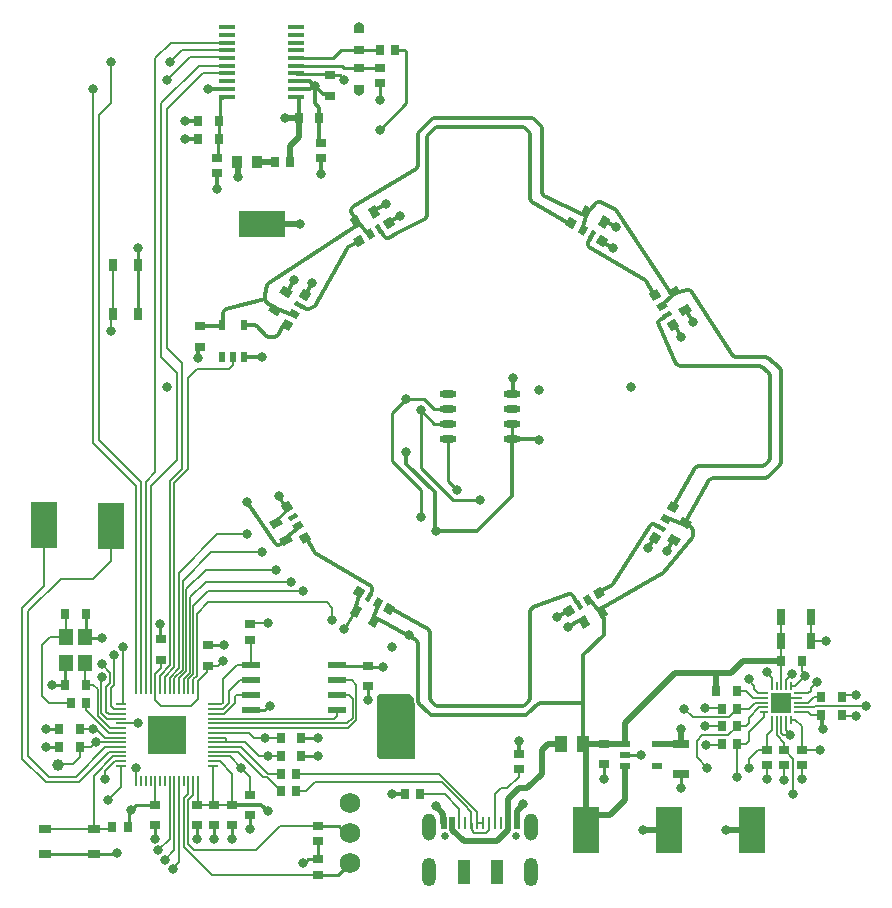
<source format=gtl>
G04*
G04 #@! TF.GenerationSoftware,Altium Limited,Altium Designer,23.2.1 (34)*
G04*
G04 Layer_Physical_Order=1*
G04 Layer_Color=255*
%FSLAX25Y25*%
%MOIN*%
G70*
G04*
G04 #@! TF.SameCoordinates,70F68BD7-EFF2-48EA-8D55-AD0B0ECCAA1F*
G04*
G04*
G04 #@! TF.FilePolarity,Positive*
G04*
G01*
G75*
%ADD11C,0.01000*%
%ADD17C,0.00600*%
%ADD18R,0.04134X0.02559*%
%ADD19R,0.03937X0.07874*%
%ADD20R,0.01063X0.03937*%
%ADD21R,0.02047X0.03937*%
G04:AMPARAMS|DCode=22|XSize=29.53mil|YSize=31.5mil|CornerRadius=0mil|HoleSize=0mil|Usage=FLASHONLY|Rotation=120.000|XOffset=0mil|YOffset=0mil|HoleType=Round|Shape=Rectangle|*
%AMROTATEDRECTD22*
4,1,4,0.02102,-0.00491,-0.00626,-0.02066,-0.02102,0.00491,0.00626,0.02066,0.02102,-0.00491,0.0*
%
%ADD22ROTATEDRECTD22*%

G04:AMPARAMS|DCode=23|XSize=23.62mil|YSize=31.5mil|CornerRadius=0mil|HoleSize=0mil|Usage=FLASHONLY|Rotation=120.000|XOffset=0mil|YOffset=0mil|HoleType=Round|Shape=Rectangle|*
%AMROTATEDRECTD23*
4,1,4,0.01954,-0.00236,-0.00773,-0.01810,-0.01954,0.00236,0.00773,0.01810,0.01954,-0.00236,0.0*
%
%ADD23ROTATEDRECTD23*%

G04:AMPARAMS|DCode=24|XSize=15.75mil|YSize=31.5mil|CornerRadius=0mil|HoleSize=0mil|Usage=FLASHONLY|Rotation=120.000|XOffset=0mil|YOffset=0mil|HoleType=Round|Shape=Rectangle|*
%AMROTATEDRECTD24*
4,1,4,0.01758,0.00105,-0.00970,-0.01469,-0.01758,-0.00105,0.00970,0.01469,0.01758,0.00105,0.0*
%
%ADD24ROTATEDRECTD24*%

%ADD25P,0.04454X4X165.0*%
G04:AMPARAMS|DCode=26|XSize=37.4mil|YSize=27.56mil|CornerRadius=0mil|HoleSize=0mil|Usage=FLASHONLY|Rotation=210.000|XOffset=0mil|YOffset=0mil|HoleType=Round|Shape=Rectangle|*
%AMROTATEDRECTD26*
4,1,4,0.00931,0.02128,0.02309,-0.00258,-0.00931,-0.02128,-0.02309,0.00258,0.00931,0.02128,0.0*
%
%ADD26ROTATEDRECTD26*%

%ADD27R,0.08858X0.15748*%
%ADD28R,0.03150X0.03347*%
%ADD29R,0.03347X0.03150*%
%ADD30R,0.05956X0.02097*%
%ADD31R,0.02559X0.04134*%
%ADD32R,0.03740X0.02756*%
%ADD33C,0.03937*%
%ADD34R,0.02756X0.03740*%
%ADD39R,0.02953X0.05709*%
%ADD40O,0.05709X0.02362*%
G04:AMPARAMS|DCode=41|XSize=37.4mil|YSize=27.56mil|CornerRadius=0mil|HoleSize=0mil|Usage=FLASHONLY|Rotation=147.875|XOffset=0mil|YOffset=0mil|HoleType=Round|Shape=Rectangle|*
%AMROTATEDRECTD41*
4,1,4,0.02317,0.00173,0.00851,-0.02161,-0.02317,-0.00173,-0.00851,0.02161,0.02317,0.00173,0.0*
%
%ADD41ROTATEDRECTD41*%

%ADD42P,0.04454X4X105.0*%
G04:AMPARAMS|DCode=43|XSize=15.75mil|YSize=31.5mil|CornerRadius=0mil|HoleSize=0mil|Usage=FLASHONLY|Rotation=60.000|XOffset=0mil|YOffset=0mil|HoleType=Round|Shape=Rectangle|*
%AMROTATEDRECTD43*
4,1,4,0.00970,-0.01469,-0.01758,0.00105,-0.00970,0.01469,0.01758,-0.00105,0.00970,-0.01469,0.0*
%
%ADD43ROTATEDRECTD43*%

G04:AMPARAMS|DCode=44|XSize=23.62mil|YSize=31.5mil|CornerRadius=0mil|HoleSize=0mil|Usage=FLASHONLY|Rotation=60.000|XOffset=0mil|YOffset=0mil|HoleType=Round|Shape=Rectangle|*
%AMROTATEDRECTD44*
4,1,4,0.00773,-0.01810,-0.01954,-0.00236,-0.00773,0.01810,0.01954,0.00236,0.00773,-0.01810,0.0*
%
%ADD44ROTATEDRECTD44*%

G04:AMPARAMS|DCode=45|XSize=29.53mil|YSize=31.5mil|CornerRadius=0mil|HoleSize=0mil|Usage=FLASHONLY|Rotation=60.000|XOffset=0mil|YOffset=0mil|HoleType=Round|Shape=Rectangle|*
%AMROTATEDRECTD45*
4,1,4,0.00626,-0.02066,-0.02102,-0.00491,-0.00626,0.02066,0.02102,0.00491,0.00626,-0.02066,0.0*
%
%ADD45ROTATEDRECTD45*%

%ADD46R,0.02362X0.03543*%
%ADD47P,0.04454X4X195.0*%
G04:AMPARAMS|DCode=48|XSize=15.75mil|YSize=31.5mil|CornerRadius=0mil|HoleSize=0mil|Usage=FLASHONLY|Rotation=150.000|XOffset=0mil|YOffset=0mil|HoleType=Round|Shape=Rectangle|*
%AMROTATEDRECTD48*
4,1,4,0.01469,0.00970,-0.00105,-0.01758,-0.01469,-0.00970,0.00105,0.01758,0.01469,0.00970,0.0*
%
%ADD48ROTATEDRECTD48*%

G04:AMPARAMS|DCode=49|XSize=23.62mil|YSize=31.5mil|CornerRadius=0mil|HoleSize=0mil|Usage=FLASHONLY|Rotation=150.000|XOffset=0mil|YOffset=0mil|HoleType=Round|Shape=Rectangle|*
%AMROTATEDRECTD49*
4,1,4,0.01810,0.00773,0.00236,-0.01954,-0.01810,-0.00773,-0.00236,0.01954,0.01810,0.00773,0.0*
%
%ADD49ROTATEDRECTD49*%

G04:AMPARAMS|DCode=50|XSize=29.53mil|YSize=31.5mil|CornerRadius=0mil|HoleSize=0mil|Usage=FLASHONLY|Rotation=150.000|XOffset=0mil|YOffset=0mil|HoleType=Round|Shape=Rectangle|*
%AMROTATEDRECTD50*
4,1,4,0.02066,0.00626,0.00491,-0.02102,-0.02066,-0.00626,-0.00491,0.02102,0.02066,0.00626,0.0*
%
%ADD50ROTATEDRECTD50*%

%ADD51P,0.04454X4X255.0*%
G04:AMPARAMS|DCode=52|XSize=15.75mil|YSize=31.5mil|CornerRadius=0mil|HoleSize=0mil|Usage=FLASHONLY|Rotation=210.000|XOffset=0mil|YOffset=0mil|HoleType=Round|Shape=Rectangle|*
%AMROTATEDRECTD52*
4,1,4,-0.00105,0.01758,0.01469,-0.00970,0.00105,-0.01758,-0.01469,0.00970,-0.00105,0.01758,0.0*
%
%ADD52ROTATEDRECTD52*%

G04:AMPARAMS|DCode=53|XSize=23.62mil|YSize=31.5mil|CornerRadius=0mil|HoleSize=0mil|Usage=FLASHONLY|Rotation=210.000|XOffset=0mil|YOffset=0mil|HoleType=Round|Shape=Rectangle|*
%AMROTATEDRECTD53*
4,1,4,0.00236,0.01954,0.01810,-0.00773,-0.00236,-0.01954,-0.01810,0.00773,0.00236,0.01954,0.0*
%
%ADD53ROTATEDRECTD53*%

G04:AMPARAMS|DCode=54|XSize=29.53mil|YSize=31.5mil|CornerRadius=0mil|HoleSize=0mil|Usage=FLASHONLY|Rotation=210.000|XOffset=0mil|YOffset=0mil|HoleType=Round|Shape=Rectangle|*
%AMROTATEDRECTD54*
4,1,4,0.00491,0.02102,0.02066,-0.00626,-0.00491,-0.02102,-0.02066,0.00626,0.00491,0.02102,0.0*
%
%ADD54ROTATEDRECTD54*%

%ADD55R,0.03425X0.03858*%
%ADD56R,0.05709X0.01772*%
G04:AMPARAMS|DCode=57|XSize=37.4mil|YSize=27.56mil|CornerRadius=0mil|HoleSize=0mil|Usage=FLASHONLY|Rotation=240.000|XOffset=0mil|YOffset=0mil|HoleType=Round|Shape=Rectangle|*
%AMROTATEDRECTD57*
4,1,4,-0.00258,0.02309,0.02128,0.00931,0.00258,-0.02309,-0.02128,-0.00931,-0.00258,0.02309,0.0*
%
%ADD57ROTATEDRECTD57*%

G04:AMPARAMS|DCode=58|XSize=37.4mil|YSize=27.56mil|CornerRadius=0mil|HoleSize=0mil|Usage=FLASHONLY|Rotation=300.000|XOffset=0mil|YOffset=0mil|HoleType=Round|Shape=Rectangle|*
%AMROTATEDRECTD58*
4,1,4,-0.02128,0.00931,0.00258,0.02309,0.02128,-0.00931,-0.00258,-0.02309,-0.02128,0.00931,0.0*
%
%ADD58ROTATEDRECTD58*%

G04:AMPARAMS|DCode=59|XSize=37.4mil|YSize=27.56mil|CornerRadius=0mil|HoleSize=0mil|Usage=FLASHONLY|Rotation=330.000|XOffset=0mil|YOffset=0mil|HoleType=Round|Shape=Rectangle|*
%AMROTATEDRECTD59*
4,1,4,-0.02309,-0.00258,-0.00931,0.02128,0.02309,0.00258,0.00931,-0.02128,-0.02309,-0.00258,0.0*
%
%ADD59ROTATEDRECTD59*%

%ADD60R,0.06693X0.06693*%
%ADD61R,0.00787X0.03150*%
%ADD62R,0.03150X0.00787*%
%ADD63R,0.03937X0.05512*%
%ADD64R,0.15748X0.08858*%
%ADD65R,0.03543X0.02362*%
%ADD66R,0.05709X0.02953*%
%ADD121C,0.01200*%
%ADD122R,0.12598X0.12598*%
%ADD123R,0.03445X0.00787*%
%ADD124R,0.00787X0.03445*%
%ADD125R,0.04528X0.05512*%
%ADD126C,0.00800*%
%ADD127C,0.02000*%
%ADD128C,0.02480*%
%ADD129O,0.04724X0.09449*%
%ADD130O,0.04559X0.09118*%
%ADD131C,0.06890*%
%ADD132C,0.03150*%
G36*
X-23228Y-92520D02*
X-21893Y-93855D01*
Y-94975D01*
Y-94975D01*
Y-94975D01*
X-21916D01*
X-21730Y-95912D01*
X-21654Y-96026D01*
Y-97638D01*
Y-114173D01*
X-33465D01*
X-34252Y-113386D01*
Y-93307D01*
X-33465Y-92520D01*
X-23228Y-92520D01*
D02*
G37*
D11*
X-19685Y-17144D02*
Y1969D01*
Y-17144D02*
X-8973Y-27856D01*
X0D01*
X-113878Y34154D02*
Y50492D01*
X-114173Y56102D02*
X-114026Y55955D01*
Y50640D02*
X-113878Y50492D01*
X-114026Y50640D02*
Y55955D01*
X-29528Y984D02*
X-24606Y5906D01*
X-29528Y-14764D02*
Y984D01*
X-19685Y-33465D02*
Y-24606D01*
X-29528Y-14764D02*
X-19685Y-24606D01*
X-18701Y5906D02*
X-15295Y2500D01*
X-24606Y5906D02*
X-18701D01*
X-15216Y-2500D02*
X-10728D01*
X-19685Y1969D02*
X-15216Y-2500D01*
X-15295Y2500D02*
X-10728D01*
X-117126Y-136417D02*
Y-132874D01*
X-117520Y-136811D02*
X-117126Y-136417D01*
X-116919Y-132667D02*
Y-131683D01*
X-117126Y-132874D02*
X-116919Y-132667D01*
Y-131683D02*
X-116508Y-131272D01*
X-128494Y-145817D02*
X-121211D01*
X-121063Y-145669D01*
X-128642Y-145965D02*
X-128494Y-145817D01*
X-144980Y-145965D02*
X-128642D01*
X-116508Y-131272D02*
X-114665Y-129429D01*
X-59547Y-107283D02*
X-54134D01*
X-106693Y-73917D02*
X-106299Y-74311D01*
X-106693Y-73917D02*
Y-69291D01*
X-37156Y-83415D02*
X-32726D01*
X-37402Y-83169D02*
X-37156Y-83415D01*
X-32726D02*
X-32480Y-83661D01*
X-59055Y-148819D02*
X-58488D01*
X-57307Y-147638D02*
X-54134D01*
X-58488Y-148819D02*
X-57307Y-147638D01*
X-59547Y-113189D02*
X-54134D01*
X-59547Y-113189D02*
X-59547Y-113189D01*
X-54134Y-147638D02*
Y-141732D01*
X-10827Y-7598D02*
X-10728Y-7500D01*
X-10827Y-21654D02*
Y-7598D01*
Y-21654D02*
X-7874Y-24606D01*
X-76772Y-137402D02*
Y-132972D01*
X48228Y-112894D02*
X53543D01*
X-114665Y-129429D02*
X-108268D01*
X-66518Y-28136D02*
X-64310Y-30344D01*
X-66518Y-28136D02*
Y-26986D01*
X-64310Y-30344D02*
Y-30344D01*
X-66929Y-26575D02*
X-66518Y-26986D01*
X-68209Y-34913D02*
X-64310Y-31014D01*
Y-30344D01*
X-68209Y-35402D02*
Y-34913D01*
X-45276Y-70866D02*
X-42342Y-65784D01*
X-41369Y-64764D01*
X-33465Y95472D02*
X-24606Y104331D01*
X-33465Y95472D02*
X-33465D01*
X-50197Y113681D02*
X-46854D01*
X-45378Y112205D01*
X-45276D01*
X-24606Y104331D02*
Y121461D01*
X-25192Y122047D02*
X-24606Y121461D01*
X-28346Y122047D02*
X-25192D01*
X10728Y-7500D02*
Y-2500D01*
X-90551Y-76279D02*
X-90504Y-76232D01*
X-85327D02*
X-85280Y-76185D01*
X-90504Y-76232D02*
X-85327D01*
X-87515Y87295D02*
Y91150D01*
X-87598Y86221D02*
X-87515Y87295D01*
Y91150D02*
X-87106Y92520D01*
Y98425D01*
X-86661Y106209D02*
X-84449Y106595D01*
X-86661Y99795D02*
Y106209D01*
X-87106Y98425D02*
X-86661Y99795D01*
X41339Y-121063D02*
Y-116043D01*
X66929Y-124016D02*
Y-119193D01*
X-144685Y-110236D02*
X-140256D01*
X-140256Y-104331D02*
X-140256Y-104331D01*
X-144685Y-104331D02*
X-140256D01*
X-108268Y-140748D02*
Y-136319D01*
X-94488Y-140748D02*
Y-136319D01*
X-88583Y-140748D02*
Y-136319D01*
X-82677Y-140748D02*
Y-136319D01*
X-131693Y-73425D02*
X-131398Y-73131D01*
Y-65945D01*
X-131693Y-73425D02*
X-131299Y-73819D01*
X-125984D01*
X-138287Y-89567D02*
X-138287Y-89567D01*
X-142717Y-89567D02*
X-138287D01*
X-138287Y-89567D02*
Y-82383D01*
X-137992Y-82087D01*
X-37402Y-94488D02*
Y-90059D01*
X-71880Y-98051D02*
X-70285Y-96457D01*
X-69882D01*
X-76358Y-98051D02*
X-71880D01*
X-47658Y-83051D02*
X-47599Y-83110D01*
X-37461D01*
X-37402Y-83169D01*
X-33465Y105315D02*
Y111024D01*
X-60925Y113976D02*
X-50492D01*
X-50197Y113681D01*
X-61221Y114272D02*
X-60925Y113976D01*
X-40354Y116142D02*
X-33465D01*
X-40354Y122047D02*
X-33465D01*
X-45276Y116142D02*
X-40354D01*
X-61221Y116831D02*
X-45965D01*
X-45276Y116142D01*
X-46260Y122047D02*
X-40354D01*
X-48917Y119390D02*
X-46260Y122047D01*
X-61221Y119390D02*
X-48917D01*
X-54134Y-136614D02*
X-47066D01*
X-44901Y-138779D01*
X-43307D01*
X-47284Y-152756D02*
X-43307Y-148779D01*
X-54134Y-152756D02*
X-47284D01*
X10728Y-2500D02*
X10748Y-2480D01*
D17*
X-51181Y-62008D02*
X-49213Y-63976D01*
X-94394Y-65850D02*
X-90551Y-62008D01*
X-51181D01*
X-125000Y-121063D02*
Y-118240D01*
X-121815Y-115054D01*
X-119680D01*
X-97441Y-142717D02*
Y-127861D01*
Y-142717D02*
X-95472Y-144685D01*
X-74803D01*
X-131299Y-97835D02*
X-123622Y-105512D01*
X-131299Y-97835D02*
Y-95473D01*
X-123622Y-105512D02*
X-119587D01*
X-126378Y-87008D02*
X-126181Y-86811D01*
X-126378Y-98800D02*
Y-87008D01*
Y-98800D02*
X-124391Y-100787D01*
X-128937Y-89567D02*
X-127478Y-91026D01*
Y-99884D02*
X-123425Y-103937D01*
X-127478Y-99884D02*
Y-91026D01*
X-102362Y-150880D02*
Y-150591D01*
X-100394Y-148622D01*
X-124016Y-127953D02*
X-119587Y-123524D01*
X-77165Y-105512D02*
X-75394Y-107283D01*
X-71850D01*
X-89075Y-105512D02*
X-77165D01*
X-71850Y-107283D02*
X-66437D01*
X-48622Y-100787D02*
X-47658Y-99823D01*
X-89075Y-102362D02*
X-44291D01*
X-89075Y-100787D02*
X-48622D01*
X-43898Y-103937D02*
X-41339Y-101378D01*
X-44291Y-102362D02*
X-42539Y-100609D01*
X-89075Y-103937D02*
X-43898D01*
X-123031Y-96457D02*
Y-90551D01*
X-121944Y-97544D02*
X-119680D01*
X-119188Y-96063D02*
X-119095Y-95969D01*
X-122047Y-89567D02*
Y-79724D01*
X-123247Y-88798D02*
Y-85414D01*
X-123031Y-96457D02*
X-121944Y-97544D01*
X-125984Y-82677D02*
X-123247Y-85414D01*
X-123031Y-90551D02*
X-122047Y-89567D01*
X-119095Y-95969D02*
Y-76772D01*
X-119587Y-96063D02*
X-119188D01*
X-124568Y-90120D02*
X-123247Y-88798D01*
X-119587Y-123524D02*
Y-116535D01*
X-42539Y-100609D02*
Y-94272D01*
X-41339Y-101378D02*
Y-89567D01*
X-100394Y-148622D02*
Y-121555D01*
X-105204Y-147805D02*
X-105188D01*
X-101969Y-144586D01*
Y-121555D01*
X-103543Y-140945D02*
Y-121555D01*
X-107283Y-144685D02*
X-103543Y-140945D01*
X-89370Y-152756D02*
X-54134D01*
X-98641Y-143485D02*
X-89370Y-152756D01*
X-74803Y-144685D02*
X-66732Y-136614D01*
X-98641Y-143485D02*
Y-127364D01*
X-97441Y-127861D02*
X-95669Y-126089D01*
X-97244Y-125967D02*
Y-121555D01*
X-98641Y-127364D02*
X-97244Y-125967D01*
X-66732Y-136614D02*
X-54134D01*
X-95669Y-126089D02*
Y-121555D01*
X-95594Y-85921D02*
Y-63113D01*
X-90551Y-58071D02*
X-59055D01*
X-95594Y-63113D02*
X-90551Y-58071D01*
X-91535Y-55118D02*
X-62992D01*
X-96794Y-60376D02*
X-91535Y-55118D01*
X-96794Y-85424D02*
Y-60376D01*
X-97994Y-57639D02*
X-91535Y-51181D01*
X-97994Y-84927D02*
Y-57639D01*
X-91535Y-51181D02*
X-67913D01*
X-99194Y-84430D02*
Y-54902D01*
X-89567Y-45276D02*
X-72835D01*
X-99194Y-54902D02*
X-89567Y-45276D01*
X-87598Y-39370D02*
X-77756D01*
X-100394Y-83933D02*
Y-52165D01*
X-87598Y-39370D01*
X-49213Y-67913D02*
Y-63976D01*
X-94394Y-86418D02*
Y-65850D01*
X-95669Y-91043D02*
Y-87694D01*
X-94394Y-86418D01*
X-97244Y-91043D02*
Y-87572D01*
X-95594Y-85921D01*
X-98819Y-87449D02*
X-96794Y-85424D01*
X-98819Y-91043D02*
Y-87449D01*
X-100394Y-91043D02*
Y-87327D01*
X-97994Y-84927D01*
X-101969Y-87205D02*
X-99194Y-84430D01*
X-101969Y-91043D02*
Y-87205D01*
X-103543Y-87082D02*
X-100394Y-83933D01*
X-103543Y-91043D02*
Y-87082D01*
X-119680Y-115054D02*
X-119587Y-114961D01*
X-124568Y-98425D02*
Y-90120D01*
X-119680Y-97544D02*
X-119587Y-97638D01*
X-124568Y-98425D02*
X-123781Y-99213D01*
X-119587D01*
X-124391Y-100787D02*
X-119587D01*
X-123425Y-103937D02*
X-119587D01*
X-131693Y-89272D02*
X-131398Y-89567D01*
X-131693Y-89272D02*
Y-82087D01*
X-131398Y-89567D02*
X-128937D01*
X-76358Y-83051D02*
Y-74823D01*
X-76772Y-74409D02*
X-76358Y-74823D01*
X-42854Y-88051D02*
X-41339Y-89567D01*
X-47658Y-88051D02*
X-42854D01*
X-43760Y-93051D02*
X-42539Y-94272D01*
X-47658Y-93051D02*
X-43760D01*
X-47658Y-99823D02*
Y-98051D01*
X-81693Y-93504D02*
X-81240Y-93051D01*
X-76358D01*
X-81693Y-95472D02*
Y-93504D01*
X-85433Y-99213D02*
X-81693Y-95472D01*
X-89075Y-99213D02*
X-85433D01*
X-83661Y-95472D02*
Y-91535D01*
X-85827Y-97638D02*
X-83661Y-95472D01*
X-85630D02*
Y-87598D01*
X-89075Y-96063D02*
X-86221D01*
X-89075Y-97638D02*
X-85827D01*
X-86221Y-96063D02*
X-85630Y-95472D01*
X-80177Y-88051D02*
X-76358D01*
X-83661Y-91535D02*
X-80177Y-88051D01*
X-85630Y-87598D02*
X-81083Y-83051D01*
X-76358D01*
D18*
X-128642Y-145965D02*
D03*
Y-137500D02*
D03*
X-144980Y-145965D02*
D03*
Y-137500D02*
D03*
D19*
X5512Y-151969D02*
D03*
X-5512D02*
D03*
D20*
X4921Y-135433D02*
D03*
X2953D02*
D03*
X984D02*
D03*
X-984D02*
D03*
X-2953D02*
D03*
X-4921D02*
D03*
X6890D02*
D03*
X-6890D02*
D03*
D21*
X9252D02*
D03*
X-9252D02*
D03*
X12205D02*
D03*
X-12205D02*
D03*
D22*
X-58434Y-40522D02*
D03*
X58434Y40522D02*
D03*
D23*
X-60648Y-36686D02*
D03*
X60648Y36686D02*
D03*
D24*
X-62381Y-33686D02*
D03*
X62381Y33686D02*
D03*
D25*
X-64310Y-30344D02*
D03*
X64310Y30344D02*
D03*
D26*
X-64764Y-41369D02*
D03*
X-68209Y-35402D02*
D03*
X68209Y35402D02*
D03*
X64764Y41369D02*
D03*
D27*
X-123031Y-36417D02*
D03*
X-145272Y-36362D02*
D03*
X90551Y-137795D02*
D03*
X35433D02*
D03*
X62992D02*
D03*
D28*
X-66535Y-125000D02*
D03*
X-61417D02*
D03*
X-66535Y-119095D02*
D03*
X-61417D02*
D03*
X-131299Y-95473D02*
D03*
X-136417D02*
D03*
X-117520Y-136811D02*
D03*
X-122638D02*
D03*
X-63386Y84646D02*
D03*
X-68504D02*
D03*
X-28346Y122047D02*
D03*
X-33465D02*
D03*
X80512Y-109252D02*
D03*
X85630D02*
D03*
X80512Y-103347D02*
D03*
X85630D02*
D03*
X80512Y-97441D02*
D03*
X85630D02*
D03*
X-25197Y-125984D02*
D03*
X-20079D02*
D03*
D29*
X-76772Y-69291D02*
D03*
Y-74409D02*
D03*
X101378Y-116339D02*
D03*
Y-111221D02*
D03*
X107283Y-116339D02*
D03*
Y-111221D02*
D03*
X95473Y-116339D02*
D03*
Y-111221D02*
D03*
X-87598Y86221D02*
D03*
Y81102D02*
D03*
X-33465Y116142D02*
D03*
Y111024D02*
D03*
X-53150Y91142D02*
D03*
Y86024D02*
D03*
X12795Y-112598D02*
D03*
Y-117717D02*
D03*
X-54134Y-136614D02*
D03*
Y-141732D02*
D03*
Y-152756D02*
D03*
Y-147638D02*
D03*
D30*
X-47658Y-83051D02*
D03*
Y-88051D02*
D03*
Y-93051D02*
D03*
Y-98051D02*
D03*
X-76358D02*
D03*
Y-93051D02*
D03*
Y-88051D02*
D03*
Y-83051D02*
D03*
D31*
X-113878Y50492D02*
D03*
X-122343D02*
D03*
X-113878Y34154D02*
D03*
X-122343D02*
D03*
D32*
X-37402Y-90059D02*
D03*
Y-83169D02*
D03*
X-88583Y-129429D02*
D03*
Y-136319D02*
D03*
X-76772Y-132972D02*
D03*
Y-126083D02*
D03*
X-82677Y-129429D02*
D03*
Y-136319D02*
D03*
X-94488Y-129429D02*
D03*
Y-136319D02*
D03*
X-90551Y-83169D02*
D03*
Y-76279D02*
D03*
X-108268Y-136319D02*
D03*
Y-129429D02*
D03*
X-106299Y-81201D02*
D03*
Y-74311D02*
D03*
X-93504Y30020D02*
D03*
Y23130D02*
D03*
X-50197Y106791D02*
D03*
Y113681D02*
D03*
X-40354Y128937D02*
D03*
Y122047D02*
D03*
Y109252D02*
D03*
Y116142D02*
D03*
X41339Y-116043D02*
D03*
Y-109153D02*
D03*
D33*
X-140748Y-116142D02*
D03*
D34*
X-66437Y-113189D02*
D03*
X-59547D02*
D03*
X-66437Y-107283D02*
D03*
X-59547D02*
D03*
X-138287Y-89567D02*
D03*
X-131398D02*
D03*
Y-65945D02*
D03*
X-138287D02*
D03*
X-133366Y-104331D02*
D03*
X-140256D02*
D03*
X-133366Y-110236D02*
D03*
X-140256D02*
D03*
X107283Y-81693D02*
D03*
X100394D02*
D03*
X85630Y-91535D02*
D03*
X78740D02*
D03*
X-53642Y99410D02*
D03*
X-60532D02*
D03*
X-87106Y98425D02*
D03*
X-93996D02*
D03*
Y92520D02*
D03*
X-87106D02*
D03*
X120571Y-93504D02*
D03*
X113681D02*
D03*
X120571Y-99410D02*
D03*
X113681D02*
D03*
D39*
X100394Y-66929D02*
D03*
X110433D02*
D03*
X100394Y-74803D02*
D03*
X110433D02*
D03*
D40*
X-10728Y7500D02*
D03*
Y2500D02*
D03*
Y-2500D02*
D03*
Y-7500D02*
D03*
X10728Y7500D02*
D03*
Y2500D02*
D03*
Y-2500D02*
D03*
Y-7500D02*
D03*
D41*
X-68318Y35468D02*
D03*
X-64654Y41303D02*
D03*
D42*
X-58434Y40522D02*
D03*
X58434Y-40522D02*
D03*
D43*
X-60363Y37180D02*
D03*
X60363Y-37180D02*
D03*
D44*
X-62095Y34180D02*
D03*
X62095Y-34180D02*
D03*
D45*
X-64310Y30344D02*
D03*
X64310Y-30344D02*
D03*
D46*
X-86024Y19882D02*
D03*
X-82284D02*
D03*
X-78544D02*
D03*
Y30512D02*
D03*
X-86024D02*
D03*
D47*
X-40522Y-58434D02*
D03*
X40522Y58434D02*
D03*
D48*
X-37180Y-60363D02*
D03*
X37180Y60363D02*
D03*
D49*
X-34180Y-62095D02*
D03*
X34180Y62095D02*
D03*
D50*
X-30344Y-64310D02*
D03*
X30344Y64310D02*
D03*
D51*
X29492Y-64802D02*
D03*
X-30344Y64310D02*
D03*
D52*
X32833Y-62873D02*
D03*
X-33686Y62381D02*
D03*
D53*
X35834Y-61141D02*
D03*
X-36686Y60648D02*
D03*
D54*
X39669Y-58926D02*
D03*
X-40522Y58434D02*
D03*
D55*
X-74528Y84646D02*
D03*
X-80984D02*
D03*
D56*
X-61221Y106595D02*
D03*
Y109153D02*
D03*
Y111713D02*
D03*
Y114272D02*
D03*
Y116831D02*
D03*
Y119390D02*
D03*
Y121949D02*
D03*
Y124508D02*
D03*
Y127067D02*
D03*
Y129626D02*
D03*
X-84449Y106595D02*
D03*
Y109153D02*
D03*
Y111713D02*
D03*
Y114272D02*
D03*
Y116831D02*
D03*
Y119390D02*
D03*
Y121949D02*
D03*
Y124508D02*
D03*
Y127067D02*
D03*
Y129626D02*
D03*
D57*
X-41369Y-64764D02*
D03*
X-35402Y-68209D02*
D03*
X41369Y64764D02*
D03*
X35402Y68209D02*
D03*
D58*
X34550Y-68701D02*
D03*
X40517Y-65256D02*
D03*
X-35402Y68209D02*
D03*
X-41369Y64764D02*
D03*
D59*
X64764Y-41369D02*
D03*
X68209Y-35402D02*
D03*
D60*
X100394Y-95472D02*
D03*
D61*
X97244Y-89862D02*
D03*
X98819D02*
D03*
X100394D02*
D03*
X101969D02*
D03*
X103543D02*
D03*
Y-101083D02*
D03*
X101969D02*
D03*
X100394D02*
D03*
X98819D02*
D03*
X97244D02*
D03*
D62*
X106004Y-92323D02*
D03*
Y-93898D02*
D03*
Y-95472D02*
D03*
Y-97047D02*
D03*
Y-98622D02*
D03*
X94784D02*
D03*
Y-97047D02*
D03*
Y-95472D02*
D03*
Y-93898D02*
D03*
Y-92323D02*
D03*
D63*
X26969Y-109153D02*
D03*
X34449D02*
D03*
D64*
X-72835Y63976D02*
D03*
D65*
X58858Y-109153D02*
D03*
Y-116634D02*
D03*
X48228D02*
D03*
Y-112894D02*
D03*
Y-109153D02*
D03*
D66*
X66929D02*
D03*
Y-119193D02*
D03*
D121*
X-36023Y-58109D02*
X-35901Y-57208D01*
X-36445Y-56480D01*
X15256Y-99409D02*
X16097Y-99061D01*
X100394Y15171D02*
X99943Y16108D01*
X45450Y68631D02*
X44986Y69042D01*
X-20669Y-94975D02*
X-20315Y-95827D01*
X18067Y99059D02*
X17220Y99410D01*
X-17083Y-99059D02*
X-16238Y-99407D01*
X-20669Y-75516D02*
X-21295Y-74463D01*
X20669Y95960D02*
X20318Y96808D01*
X70866Y-38001D02*
X70266Y-36961D01*
X-68540Y-42367D02*
X-67815Y-42873D01*
X-66939Y-42744D01*
X20182Y-95472D02*
X19334Y-95824D01*
X31010Y-59918D02*
X30385Y-59395D01*
X29569Y-59392D01*
X16385Y-94836D02*
X16732Y-93991D01*
X14267Y-96457D02*
X15112Y-96108D01*
X-15110Y-96110D02*
X-14274Y-96457D01*
X-71815Y40498D02*
X-71850Y40207D01*
Y38951D02*
X-71286Y37933D01*
X-84799Y35645D02*
X-85450Y35219D01*
X-85702Y34482D01*
X-70467Y44548D02*
X-70982Y43827D01*
X-42712Y69493D02*
X-43053Y68801D01*
X-42902Y68045D01*
X-42192Y69959D02*
X-42430Y69775D01*
X-21261Y82328D02*
X-20669Y83362D01*
X-20318Y94840D02*
X-20669Y93991D01*
X-15251Y99410D02*
X-16097Y99061D01*
X20669Y74580D02*
X21354Y73496D01*
X-14267Y96457D02*
X-15115Y96105D01*
X16730Y93994D02*
X16384Y94837D01*
X-17365Y93855D02*
X-17717Y93007D01*
X15118Y96102D02*
X14267Y96457D01*
X40106Y71482D02*
X39334Y71583D01*
X38663Y71190D01*
X70317Y41655D02*
X69725Y42124D01*
X68969Y42146D01*
X84289Y20232D02*
X85296Y19685D01*
X95800Y19423D02*
X95051Y19685D01*
X94975Y-20669D02*
X95821Y-20321D01*
X77464Y-20669D02*
X76425Y-21269D01*
X100042Y-16100D02*
X100394Y-15251D01*
X61160Y-52002D02*
X61160Y-52001D01*
X60839Y-52272D02*
X61160Y-52002D01*
X70588Y-40688D02*
X70866Y-39920D01*
X-55320Y-44979D02*
X-54902Y-45405D01*
X-16731Y-93992D02*
X-16382Y-94838D01*
X-16734Y-72012D02*
X-17334Y-70973D01*
X17529Y-63692D02*
X16732Y-64822D01*
X44022Y-56267D02*
X44442Y-55859D01*
X58092Y-36013D02*
X57200Y-35891D01*
X56474Y-36423D01*
X93824Y16492D02*
X93104Y16732D01*
X65446Y17436D02*
X66534Y16732D01*
X96457Y13918D02*
X95977Y14878D01*
X72557Y-16732D02*
X71518Y-17333D01*
X96108Y-15112D02*
X96457Y-14267D01*
X93991Y-16732D02*
X94840Y-16381D01*
X59972Y32045D02*
X59445Y31371D01*
X59500Y30517D01*
X55320Y44979D02*
X54902Y45405D01*
X36023Y58109D02*
X35901Y57206D01*
X36448Y56477D01*
X16732Y72553D02*
X17331Y71519D01*
X-18380Y65613D02*
X-17719Y66685D01*
X-32064Y60005D02*
X-31369Y59473D01*
X-30497Y59555D01*
X-58079Y35854D02*
X-57112Y35756D01*
X-55563Y36270D02*
X-54891Y36830D01*
X-43992Y56287D02*
X-44442Y55828D01*
X-68422Y26575D02*
X-67405Y27144D01*
X-71216Y26925D02*
X-70373Y26577D01*
X-74449Y30158D02*
X-75300Y30512D01*
X-14998Y-38151D02*
Y-25356D01*
X-24606Y-15748D02*
Y-11811D01*
Y-15748D02*
X-14998Y-25356D01*
X19498Y-7687D02*
X19685Y-7874D01*
X10728Y-7500D02*
X10915Y-7687D01*
X19498D01*
X-984Y-38386D02*
X10728Y-26673D01*
Y-7500D01*
X-14764Y-38386D02*
X-984D01*
X-54898Y-45408D02*
X-36445Y-56480D01*
X-36801Y-59456D02*
X-36023Y-58109D01*
X12795Y-112598D02*
Y-108268D01*
X-14998Y-38151D02*
X-14764Y-38386D01*
X-94095Y19291D02*
Y22539D01*
X-93504Y23130D01*
X15251Y-99409D02*
X15256Y-99409D01*
X45453Y68627D02*
X63275Y41408D01*
X-16238Y-99407D02*
X15251Y-99409D01*
X69148Y-36316D02*
X70266Y-36961D01*
X70866Y-38001D02*
X70866Y-38001D01*
X45450Y68631D02*
X45453Y68627D01*
X18067Y99059D02*
X18068Y99058D01*
X-17084Y-99058D02*
X-17083Y-99059D01*
X-20669Y-94975D02*
Y-94975D01*
X-20315Y-95827D02*
X-17084Y-99058D01*
X70866Y-39920D02*
Y-38001D01*
X61160Y-52002D02*
X61160Y-52001D01*
X20669Y95960D02*
Y95960D01*
X16097Y-99061D02*
X16097Y-99061D01*
X100394Y15171D02*
X100394Y15171D01*
X-20669Y-94975D02*
Y-75516D01*
X95801Y19422D02*
X99943Y16108D01*
X18068Y99058D02*
X20318Y96808D01*
X100394Y-15251D02*
Y15171D01*
X20669Y95960D02*
X20669D01*
X40109Y71481D02*
X44986Y69042D01*
X-23774Y-73114D02*
X-21296Y-74462D01*
X-21295Y-74463D01*
X-34094Y-67498D02*
X-23774Y-73114D01*
X-66939Y-42744D02*
X-65812Y-42094D01*
X-77756Y-28543D02*
X-68540Y-42367D01*
X-65812Y-42094D02*
X-64764Y-41369D01*
X34449Y-95472D02*
Y-79724D01*
Y-109153D02*
Y-95472D01*
X20182D02*
X34449D01*
X16097Y-99061D02*
X19334Y-95824D01*
X16732Y-93991D02*
Y-64822D01*
X15112Y-96108D02*
X16385Y-94836D01*
X31012Y-59922D02*
X32258Y-62079D01*
X31010Y-59918D02*
X31012Y-59922D01*
X17529Y-63692D02*
X29569Y-59392D01*
X-14274Y-96457D02*
X14267D01*
X-16382Y-94838D02*
X-15110Y-96110D01*
X-35402Y-68209D02*
X-34094Y-67498D01*
X-85702Y31684D02*
Y34482D01*
X-93504Y30020D02*
X-92234Y30103D01*
X-86605D02*
X-86024Y30512D01*
X-92234Y30103D02*
X-86605D01*
X-71815Y40498D02*
X-70982Y43827D01*
X-71850Y38951D02*
Y40207D01*
X-71286Y37933D02*
X-69123Y36575D01*
X-84799Y35645D02*
X-71850Y38951D01*
X-86024Y30512D02*
X-85702Y31684D01*
X-42902Y68045D02*
X-41733Y66020D01*
X-70467Y44548D02*
X-41408Y63275D01*
X-69123Y36575D02*
X-68318Y35468D01*
X-41408Y63275D02*
X-41369Y64764D01*
X-42712Y69493D02*
X-42430Y69775D01*
X-42192Y69959D02*
X-21261Y82328D01*
X-20669Y83362D02*
X-20669Y83362D01*
Y93991D01*
X-20318Y94840D02*
X-16097Y99061D01*
X-15251Y99409D02*
X-15251Y99410D01*
X17220D01*
X21354Y73496D02*
X21358Y73495D01*
X20669Y74580D02*
Y95960D01*
X-41733Y66020D02*
X-41369Y64764D01*
X-17717Y72834D02*
Y93007D01*
X15118Y96102D02*
X16381Y94840D01*
X-17719Y66685D02*
X-17717Y72834D01*
X16730Y93994D02*
X16732Y72557D01*
X-17365Y93855D02*
X-15115Y96105D01*
X16381Y94840D02*
X16384Y94837D01*
X21358Y73495D02*
X34094Y67498D01*
X35402Y68209D01*
X40106Y71482D02*
X40109Y71481D01*
X36711Y68919D02*
X38663Y71190D01*
X35402Y68209D02*
X36711Y68919D01*
X63275Y41408D02*
X64764Y41369D01*
X70317Y41655D02*
X70319Y41652D01*
X84289Y20232D01*
X85296Y19685D02*
X95051D01*
X95800Y19423D02*
X95801Y19422D01*
X95821Y-20321D02*
X100042Y-16100D01*
X95821Y-20321D02*
X95821Y-20321D01*
X94975Y-20669D02*
X94975D01*
X77464D02*
X94975D01*
X66253Y41331D02*
X68969Y42146D01*
X64764Y41369D02*
X66253Y41331D01*
X68640Y-34753D02*
X76425Y-21269D01*
X68209Y-35402D02*
X68640Y-34753D01*
X61160Y-52001D02*
X70588Y-40688D01*
X68209Y-35402D02*
X69148Y-36316D01*
X40649Y-63929D02*
X60839Y-52272D01*
X40517Y-65256D02*
X40649Y-63929D01*
X-35441Y-66720D02*
X-34164Y-63230D01*
X-34180Y-62095D02*
X-34164Y-63230D01*
X-35441Y-66720D02*
X-35402Y-68209D01*
X-61202Y-37677D02*
X-60648Y-36686D01*
X-64764Y-41369D02*
X-64053Y-40060D01*
X-61202Y-37677D01*
X-66829Y35452D02*
X-63230Y34164D01*
X-68318Y35468D02*
X-66829Y35452D01*
X-63230Y34164D02*
X-62095Y34180D01*
X-41369Y64764D02*
X-40060Y64053D01*
X-37677Y61202D02*
X-36686Y60648D01*
X-40060Y64053D02*
X-37677Y61202D01*
X34164Y63230D02*
X34180Y62095D01*
X34164Y63230D02*
X35441Y66720D01*
X35402Y68209D02*
X35441Y66720D01*
X61202Y37677D02*
X64053Y40060D01*
X64764Y41369D01*
X60648Y36686D02*
X61202Y37677D01*
X63230Y-34164D02*
X66720Y-35441D01*
X62095Y-34180D02*
X63230Y-34164D01*
X66720Y-35441D02*
X68209Y-35402D01*
X36824Y-61694D02*
X39208Y-64545D01*
X40517Y-65256D01*
X35834Y-61141D02*
X36824Y-61694D01*
X40517Y-66462D02*
X41339Y-67284D01*
Y-72835D02*
Y-67284D01*
X34449Y-79724D02*
X41339Y-72835D01*
X40517Y-66462D02*
Y-65256D01*
X-87598Y75787D02*
Y81102D01*
X-72933Y-129429D02*
X-70866Y-131496D01*
X-82677Y-129429D02*
X-72933D01*
X-29528Y-125984D02*
X-25197D01*
X113927Y-104085D02*
Y-99655D01*
Y-104085D02*
X114173Y-104331D01*
X113681Y-99410D02*
X113927Y-99655D01*
X-60532Y99410D02*
Y106309D01*
X10827Y7500D02*
Y12795D01*
X10728Y7500D02*
X10827D01*
X-57590Y-41047D02*
X-55320Y-44979D01*
X-54902Y-45405D02*
X-54898Y-45408D01*
X-58434Y-40522D02*
X-57590Y-41047D01*
X-37180Y-60363D02*
X-36801Y-59456D01*
X-16734Y-72012D02*
X-16731Y-93992D01*
X-29218Y-64112D02*
X-17334Y-70973D01*
X-17334Y-70973D02*
X-17334Y-70973D01*
X-30344Y-64310D02*
X-29218Y-64112D01*
X32258Y-62079D02*
X32833Y-62873D01*
X40365Y-58378D02*
X44022Y-56267D01*
X44442Y-55859D02*
X56474Y-36423D01*
X58092Y-36013D02*
X58094Y-36015D01*
X39669Y-58926D02*
X40365Y-58378D01*
X58094Y-36015D02*
X59456Y-36801D01*
X60363Y-37180D01*
X93824Y16492D02*
X95977Y14878D01*
X66534Y16732D02*
X93104D01*
X59500Y30517D02*
X65446Y17436D01*
X65446Y17436D02*
X65446Y17436D01*
X96457Y-14267D02*
Y13918D01*
X64520Y-29454D02*
X71518Y-17333D01*
X72557Y-16732D02*
X72557Y-16732D01*
X75787D02*
X93991D01*
X72557D02*
X75787D01*
X64310Y-30344D02*
X64520Y-29454D01*
X96457Y-14267D02*
X96457Y-14267D01*
X94840Y-16381D02*
X96108Y-15112D01*
X59972Y32045D02*
X59975Y32046D01*
X61630Y33036D01*
X62381Y33686D01*
X54898Y45408D02*
X54902Y45405D01*
X36448Y56477D02*
X54898Y45408D01*
X57590Y41047D02*
X58434Y40522D01*
X55320Y44979D02*
X57590Y41047D01*
X36023Y58109D02*
X36801Y59456D01*
X37180Y60363D01*
X17331Y71519D02*
X29454Y64520D01*
X16732Y72553D02*
Y72557D01*
X14267Y96457D02*
Y96457D01*
X14267D02*
X14267D01*
X-14267D02*
X14267D01*
X-18380Y65613D02*
X-18380D01*
X-27560Y61023D02*
X-18380Y65613D01*
X-32067Y60010D02*
X-32064Y60005D01*
X29454Y64520D02*
X30344Y64310D01*
X-30497Y59555D02*
X-27560Y61023D01*
X-33036Y61630D02*
X-32067Y60010D01*
X-33686Y62381D02*
X-33036Y61630D01*
X-54891Y36830D02*
X-44442Y55828D01*
X-43992Y56287D02*
X-41219Y57888D01*
X-57112Y35756D02*
X-55563Y36270D01*
X-59522Y36687D02*
X-58085Y35857D01*
X-58079Y35854D01*
X-60363Y37180D02*
X-59522Y36687D01*
X-41219Y57888D02*
X-40522Y58434D01*
X-65592Y30073D02*
X-64310Y30344D01*
X-67405Y27144D02*
X-65592Y30073D01*
X-68427Y26575D02*
X-68422Y26575D01*
X-70373Y26577D02*
X-68427Y26575D01*
X-71218Y26926D02*
X-71216Y26925D01*
X-75300Y30512D02*
Y30512D01*
X-75300D02*
X-75300D01*
X-77962D02*
X-75300D01*
X-74449Y30158D02*
X-71218Y26926D01*
X-78544Y30512D02*
X-77962Y30512D01*
X-57830Y41299D02*
X-56102Y44291D01*
X-58434Y40522D02*
X-57830Y41299D01*
X-64131Y41894D02*
X-62008Y45276D01*
X-64654Y41303D02*
X-64131Y41894D01*
X-34903Y68899D02*
X-31496Y70866D01*
X-35402Y68209D02*
X-34903Y68899D01*
X-29692Y65130D02*
X-26575Y66929D01*
X-30344Y64310D02*
X-29692Y65130D01*
X42252Y64738D02*
X45276Y62992D01*
X41369Y64764D02*
X42252Y64738D01*
X40522Y58434D02*
X41299Y57830D01*
X44291Y56102D01*
X65130Y29692D02*
X66929Y26575D01*
X64310Y30344D02*
X65130Y29692D01*
X68899Y34903D02*
X70866Y31496D01*
X68209Y35402D02*
X68899Y34903D01*
X29358Y-70214D02*
X33241Y-67990D01*
X34550Y-68701D01*
X25588Y-66901D02*
X28580Y-65173D01*
X29492Y-64802D01*
X63938Y-41791D02*
X64764Y-41369D01*
X62217Y-44772D02*
X63938Y-41791D01*
X55987Y-43823D02*
X57541Y-41132D01*
X58434Y-40522D01*
X-40833Y-57895D02*
X-40522Y-58434D01*
X-40187Y-59014D01*
X-41614Y-64340D02*
X-41369Y-64764D01*
X-41614Y-64340D02*
X-40187Y-59014D01*
X-72933Y19784D02*
X-72835Y19685D01*
X-78445Y19784D02*
X-72933D01*
X-78544Y19882D02*
X-78445Y19784D01*
X-50975Y107569D02*
X-50197Y106791D01*
X-55118Y110236D02*
X-52451Y107569D01*
X-50975D01*
X-53642Y91634D02*
Y102854D01*
X-55118Y104331D02*
Y110236D01*
Y104331D02*
X-53642Y102854D01*
X-53150Y80709D02*
Y86024D01*
X-90551Y109252D02*
X-86703D01*
X-84449Y109153D01*
X-98425Y92520D02*
X-93996D01*
X-98425Y98425D02*
X-93996D01*
X-53642Y91634D02*
X-53150Y91142D01*
X-60817Y106595D02*
X-60532Y106309D01*
X-61221Y106595D02*
X-60817D01*
X-55390Y110236D02*
X-55118D01*
X-55700D02*
X-55390D01*
X-61221Y109153D02*
X-56783D01*
X-55700Y110236D01*
X-56866Y111713D02*
X-55390Y110236D01*
X-61221Y111713D02*
X-56866D01*
D122*
X-104331Y-106299D02*
D03*
D123*
X-89075Y-116535D02*
D03*
Y-114961D02*
D03*
Y-113386D02*
D03*
Y-111811D02*
D03*
Y-110236D02*
D03*
X-119587Y-116535D02*
D03*
Y-114961D02*
D03*
Y-113386D02*
D03*
Y-111811D02*
D03*
Y-110236D02*
D03*
Y-108661D02*
D03*
X-89075Y-108661D02*
D03*
Y-107087D02*
D03*
Y-105512D02*
D03*
Y-103937D02*
D03*
Y-102362D02*
D03*
Y-100787D02*
D03*
Y-99213D02*
D03*
Y-97638D02*
D03*
Y-96063D02*
D03*
X-119587Y-107087D02*
D03*
Y-105512D02*
D03*
Y-102362D02*
D03*
Y-100787D02*
D03*
Y-99213D02*
D03*
Y-97638D02*
D03*
Y-96063D02*
D03*
Y-103937D02*
D03*
D124*
X-94095Y-121555D02*
D03*
X-95669D02*
D03*
X-97244D02*
D03*
X-98819D02*
D03*
X-100394D02*
D03*
X-101969D02*
D03*
X-103543D02*
D03*
X-105118D02*
D03*
X-106693D02*
D03*
X-108268D02*
D03*
X-109843D02*
D03*
X-111417D02*
D03*
X-112992D02*
D03*
X-114567D02*
D03*
X-94095Y-91043D02*
D03*
X-95669D02*
D03*
X-97244D02*
D03*
X-98819D02*
D03*
X-100394D02*
D03*
X-101969D02*
D03*
X-103543D02*
D03*
X-105118D02*
D03*
X-106693D02*
D03*
X-108268D02*
D03*
X-109843D02*
D03*
X-111417D02*
D03*
X-112992D02*
D03*
X-114567D02*
D03*
D125*
X-137992Y-82087D02*
D03*
Y-73425D02*
D03*
X-131693D02*
D03*
Y-82087D02*
D03*
D126*
X-123031Y33465D02*
X-122343Y34154D01*
X-123031Y28543D02*
Y33465D01*
X-122343Y34154D02*
Y50492D01*
X-76378Y-68898D02*
X-70866D01*
X-76772Y-69291D02*
X-76378Y-68898D01*
X85630Y-91535D02*
X88583D01*
X90945Y-93898D01*
X94784D01*
X-122250Y-113392D02*
X-119593D01*
X-128642Y-119783D02*
X-122250Y-113392D01*
X-119593D02*
X-119587Y-113386D01*
X-128642Y-137500D02*
Y-119783D01*
X-144980Y-137500D02*
X-128642D01*
X-123327D01*
X-122638Y-136811D01*
X-123031Y104331D02*
Y118110D01*
X-126969Y100394D02*
X-123031Y104331D01*
X-99508Y121949D02*
X-84449D01*
X-103347Y118110D02*
X-99508Y121949D01*
X-96870Y119666D02*
X-84725D01*
X-104331Y112205D02*
X-96870Y119666D01*
X-93799Y116831D02*
X-84449D01*
X-106299Y19685D02*
Y104331D01*
X-93799Y116831D01*
X-104331Y22638D02*
Y102362D01*
X-92421Y114272D01*
X-84449D01*
X-108268Y119365D02*
X-103124Y124508D01*
X-84449D01*
X-108268Y-18701D02*
Y119365D01*
X-84725Y119666D02*
X-84449Y119390D01*
X-104331Y22638D02*
X-99410Y17717D01*
X-106299Y19685D02*
X-101181Y14567D01*
X-128937Y-8858D02*
Y109252D01*
X-126969Y-7874D02*
X-112992Y-21850D01*
X-128937Y-8858D02*
X-114567Y-23228D01*
X-126969Y-7874D02*
Y100394D01*
X91535Y-95472D02*
X94784D01*
X89567Y-97441D02*
X91535Y-95472D01*
X-128937Y-54134D02*
X-123031Y-48228D01*
Y-36417D01*
X-139764Y-54134D02*
X-128937D01*
X121161Y-100000D02*
X125197D01*
X120571Y-99410D02*
X121161Y-100000D01*
X120571Y-93504D02*
X121161Y-92913D01*
X125197D01*
X101181Y-121260D02*
Y-116535D01*
X101378Y-116339D01*
X-109843Y-23228D02*
X-101181Y-14567D01*
Y14567D01*
X-119587Y-107087D02*
X-119580Y-107093D01*
X-133366Y-104331D02*
X-133366Y-104331D01*
X-127953D01*
X-109843Y-91043D02*
Y-23228D01*
X-146063Y-93110D02*
X-143701Y-95473D01*
X-146063Y-76181D02*
X-143307Y-73425D01*
X-146063Y-93110D02*
Y-76181D01*
X-89075Y-111811D02*
X-80810D01*
X-72227Y-120395D01*
X-71043D02*
X-66535Y-124902D01*
X-72227Y-120395D02*
X-71043D01*
X-83465Y-113386D02*
X-79747Y-117104D01*
X-79724D01*
X-66535Y-125000D02*
Y-124902D01*
X101975Y-87789D02*
X103937Y-85827D01*
X101975Y-89856D02*
Y-87789D01*
X100394Y-89862D02*
Y-81693D01*
X95600Y-85443D02*
X97244Y-87087D01*
Y-89862D02*
Y-87087D01*
X95600Y-85443D02*
Y-85154D01*
X111972Y-96457D02*
X128740D01*
X111381Y-97047D02*
X111972Y-96457D01*
X107306Y-120866D02*
Y-116361D01*
X107283Y-116339D02*
X107306Y-116361D01*
X101476Y-111221D02*
X104331Y-114075D01*
Y-125984D02*
Y-114075D01*
X74803Y-97375D02*
X80446D01*
X80512Y-97441D01*
X74803Y-103324D02*
X80490D01*
X70822Y-100350D02*
X82820D01*
X80490Y-103324D02*
X80512Y-103347D01*
X82776Y-106299D02*
X85630Y-103445D01*
X80229Y-109535D02*
X80512Y-109252D01*
X67913Y-97441D02*
X70822Y-100350D01*
X74115Y-106299D02*
X82776D01*
X75203Y-109535D02*
X80229D01*
X72228Y-108185D02*
X74115Y-106299D01*
X82820Y-100350D02*
X85630Y-97539D01*
X-86005Y-81693D02*
X-85630D01*
X-90551Y-83169D02*
X-87481D01*
X-86005Y-81693D01*
X72228Y-113567D02*
X75787Y-117126D01*
X89567Y-117142D02*
Y-114173D01*
X-114567Y-117323D02*
X-114567Y-117323D01*
X-114567Y-121555D02*
Y-117323D01*
X106004Y-97047D02*
X111381D01*
X109252Y-95472D02*
X111221Y-93504D01*
X106004Y-95472D02*
X109252D01*
X111221Y-93504D02*
X113681D01*
X106004Y-98622D02*
X109449D01*
X110236Y-99410D02*
X113681D01*
X109449Y-98622D02*
X110236Y-99410D01*
X100394Y-81201D02*
Y-74803D01*
X91352Y-90993D02*
X92688Y-92329D01*
X94777D02*
X94784Y-92323D01*
X89567Y-87952D02*
Y-87598D01*
X91352Y-90993D02*
Y-89737D01*
X89567Y-87952D02*
X91352Y-89737D01*
X92688Y-92329D02*
X94777D01*
X-150591Y-113189D02*
Y-64961D01*
X-139764Y-54134D01*
X-145272Y-56689D02*
Y-36362D01*
X-152559Y-114173D02*
Y-63976D01*
X-145272Y-56689D01*
X-152559Y-114173D02*
X-144685Y-122047D01*
X-133858D01*
X-143701Y-120079D02*
X-134843D01*
X-150591Y-113189D02*
X-143701Y-120079D01*
X-133858Y-122047D02*
X-123622Y-111811D01*
X-119587D01*
X-134843Y-120079D02*
X-125000Y-110236D01*
X-119587D01*
X-143307Y-73425D02*
X-137992D01*
X-133366Y-110236D02*
X-129678D01*
X-133366Y-113681D02*
Y-110236D01*
X-129678D02*
X-128103Y-108661D01*
X-79724Y-117126D02*
X-76772Y-120079D01*
X-89075Y-113386D02*
X-83465D01*
X-76772Y-126083D02*
Y-120079D01*
X-86811Y-114961D02*
X-82677Y-119095D01*
Y-129429D02*
Y-119095D01*
X-89075Y-114961D02*
X-86811D01*
X-89075Y-110236D02*
X-79724D01*
X-70866Y-119095D02*
X-66535D01*
X-79724Y-110236D02*
X-70866Y-119095D01*
X-119587Y-102362D02*
X-114173D01*
X85630Y-120079D02*
Y-109252D01*
X89567Y-114173D02*
X92520Y-111221D01*
X107283D02*
X113189D01*
X101378D02*
X101476D01*
X92520D02*
X95473D01*
X85630Y-109252D02*
X85630Y-109252D01*
X72228Y-113567D02*
Y-108185D01*
X85630Y-103445D02*
Y-103347D01*
Y-97539D02*
Y-97441D01*
X-140748Y-116142D02*
X-140655Y-116048D01*
X-135733D01*
X-133366Y-113681D01*
X-89075Y-128937D02*
X-88583Y-129429D01*
X-89075Y-128937D02*
Y-116535D01*
X-94095Y-91043D02*
Y-88189D01*
Y-94095D02*
Y-91043D01*
X-106299Y-96457D02*
X-96457D01*
X-94095Y-94095D01*
X-108268Y-94488D02*
X-106299Y-96457D01*
X-108268Y-94488D02*
Y-91043D01*
Y-85747D01*
X-94488Y-129429D02*
X-88583D01*
X-99410Y-17717D02*
Y17717D01*
X8858Y-124016D02*
X12795Y-120079D01*
Y-117717D01*
X6890Y-124016D02*
X8858D01*
X4921Y-125984D02*
X6890Y-124016D01*
X4921Y-135433D02*
Y-125984D01*
X-20079Y-125984D02*
X-11811D01*
X-6890Y-135433D02*
Y-130905D01*
X-11811Y-125984D02*
X-6890Y-130905D01*
X-61417Y-125000D02*
X-61417Y-125000D01*
X-58071D01*
X-55124Y-122053D01*
X-12801D01*
X-5501Y-129353D01*
X-5501D01*
X-2953Y-135433D02*
Y-131901D01*
X-5501Y-129353D02*
X-2953Y-131901D01*
Y-135433D02*
X-2953Y-135433D01*
X-984D02*
Y-131890D01*
X-4921Y-127953D02*
X-984Y-131890D01*
X-4921Y-127953D02*
X-4921D01*
X-61417Y-119095D02*
X-13780D01*
X-4921Y-127953D01*
X2953Y-135433D02*
X2953Y-135433D01*
X2953Y-137795D02*
Y-135433D01*
X1969Y-138779D02*
X2953Y-137795D01*
X-1969Y-138779D02*
X1969D01*
X-2821Y-137927D02*
X-1969Y-138779D01*
X-2953Y-135433D02*
X-2821Y-135565D01*
Y-137927D02*
Y-135565D01*
X-984Y-135433D02*
X984D01*
X-97441Y12795D02*
X-94488Y15748D01*
X-83661D01*
X-82284Y17126D01*
X-91184Y-83802D02*
X-90551Y-83169D01*
X-94095Y-88189D02*
X-91184Y-85279D01*
Y-83802D01*
X-101946Y-22233D02*
X-97441Y-17728D01*
X-103347Y-83067D02*
Y-21654D01*
X-106693Y-86414D02*
X-103347Y-83067D01*
X-101946Y-83647D02*
Y-22233D01*
X-105118Y-86819D02*
X-101946Y-83647D01*
X-103347Y-21654D02*
X-99410Y-17717D01*
X-106693Y-91043D02*
Y-86414D01*
X-106299Y-83779D02*
Y-81201D01*
X-108268Y-85747D02*
X-106299Y-83779D01*
X-105118Y-91043D02*
Y-86819D01*
X-97441Y-17728D02*
Y12795D01*
X-111417Y-91043D02*
Y-21850D01*
X-108268Y-18701D01*
X-82284Y17126D02*
Y19882D01*
X-112992Y-91043D02*
Y-21850D01*
X-114567Y-91043D02*
Y-23228D01*
X-88583Y-129429D02*
X-82677D01*
X-128103Y-108661D02*
X-119587D01*
X-138287Y-65945D02*
X-137992Y-66241D01*
Y-73425D02*
Y-66241D01*
X-143701Y-95473D02*
X-136417D01*
X-127953Y-104331D02*
X-125197Y-107087D01*
X-119587D01*
X-108268Y-129429D02*
Y-121555D01*
X-94488Y-129429D02*
X-94095Y-129035D01*
Y-121555D01*
X-66535Y-119095D02*
X-66535Y-119095D01*
X-84646Y-108661D02*
X-78347D01*
X-89075D02*
X-84646D01*
X-85114Y-107087D02*
X-84646Y-107555D01*
X-89075Y-107087D02*
X-85114D01*
X-84646Y-108661D02*
Y-107555D01*
X-66437Y-113189D02*
X-66437Y-113189D01*
X-73819Y-113189D02*
X-66437D01*
X-78347Y-108661D02*
X-73819Y-113189D01*
X110236Y-91535D02*
Y-90551D01*
X109449Y-92323D02*
X110236Y-91535D01*
Y-90551D02*
X112205Y-88583D01*
X106004Y-92323D02*
X109449D01*
X101969Y-89862D02*
X101975Y-89856D01*
X100394Y-95472D02*
X101969Y-93898D01*
X106004D01*
X95472Y-121063D02*
Y-116339D01*
X95473Y-116339D01*
X110433Y-74803D02*
X115157D01*
X110433D02*
Y-66929D01*
X107283Y-84994D02*
X108268Y-85978D01*
Y-86614D02*
Y-85978D01*
X107283Y-84994D02*
Y-81693D01*
X103543Y-89862D02*
X105020D01*
X108268Y-86614D01*
X101969Y-104573D02*
X103347Y-105951D01*
Y-106299D02*
Y-105951D01*
X101969Y-104573D02*
Y-101083D01*
X100394Y-105663D02*
X101030Y-106299D01*
X100394Y-105663D02*
Y-101083D01*
X101030Y-106299D02*
X103347D01*
X98819Y-106397D02*
X101336Y-108914D01*
X98819Y-106397D02*
Y-101083D01*
X105020D02*
X107283Y-103347D01*
Y-111221D02*
Y-103347D01*
X103543Y-101083D02*
X105020D01*
X101336Y-111179D02*
Y-108914D01*
Y-111179D02*
X101378Y-111221D01*
X95472Y-111221D02*
Y-106299D01*
Y-111221D02*
X95473Y-111221D01*
X97244Y-104527D02*
Y-101083D01*
X95472Y-106299D02*
X97244Y-104527D01*
X100394Y-74803D02*
Y-66929D01*
X85630Y-109252D02*
X88583D01*
X89567Y-108268D01*
Y-105315D01*
X94488Y-100394D01*
Y-98628D01*
X94494Y-98622D02*
X94784D01*
X94488Y-98628D02*
X94494Y-98622D01*
X88583Y-103347D02*
X89567Y-102362D01*
Y-100456D01*
X92969Y-97053D01*
X85630Y-103347D02*
X88583D01*
X94777Y-97053D02*
X94784Y-97047D01*
X92969Y-97053D02*
X94777D01*
X85630Y-97441D02*
X89567D01*
D127*
X78740Y-85630D02*
X83661D01*
X64961D02*
X78740D01*
Y-91535D02*
Y-85630D01*
Y-91535D02*
X78740Y-91535D01*
X14173Y-129445D02*
Y-129134D01*
X12205Y-135433D02*
Y-131413D01*
X14173Y-129445D01*
X87713Y-81579D02*
X100394D01*
X83661Y-85630D02*
X87713Y-81579D01*
X9228Y-138016D02*
Y-135457D01*
X5512Y-141732D02*
X9228Y-138016D01*
X-5512Y-141732D02*
X5512D01*
X-9228Y-138016D02*
X-5512Y-141732D01*
X-9228Y-138016D02*
Y-135457D01*
X-80984Y84646D02*
X-80847Y84508D01*
Y79862D02*
Y84508D01*
Y79862D02*
X-80709Y79724D01*
X81890Y-137795D02*
X90551D01*
X-12228Y-135409D02*
Y-132457D01*
X-14764Y-129921D02*
X-12228Y-132457D01*
X66929Y-109153D02*
Y-104331D01*
X58858Y-109153D02*
X66929D01*
X-64961Y99410D02*
X-60532D01*
X12795Y-124016D02*
X15748D01*
X20669Y-119095D01*
Y-111221D01*
X22736Y-109153D01*
X26969D01*
X9252Y-127559D02*
X12795Y-124016D01*
X9252Y-135433D02*
Y-127559D01*
X9228Y-135457D02*
X9252Y-135433D01*
X-9252D02*
X-9228Y-135457D01*
X-12228Y-135409D02*
X-12205Y-135433D01*
X48228Y-102362D02*
X64961Y-85630D01*
X48228Y-109153D02*
Y-102362D01*
X35433Y-136303D02*
X38862Y-132874D01*
X35433Y-137795D02*
Y-136303D01*
X38862Y-132874D02*
X43307D01*
X48228Y-127953D01*
Y-116634D01*
X-72835Y63976D02*
X-60039D01*
X54134Y-137795D02*
X62992D01*
X41339Y-109153D02*
X48228D01*
X34449D02*
X41339D01*
X35197Y-130921D02*
Y-110909D01*
Y-130921D02*
X35433Y-137795D01*
X34449Y-109153D02*
X35197Y-110909D01*
X-63386Y84646D02*
Y90158D01*
X-60532Y93012D01*
Y99410D01*
X-74528Y84646D02*
X-68504D01*
D128*
X11811Y-139764D02*
D03*
X-11811D02*
D03*
D129*
X17008Y-151969D02*
D03*
X-17008D02*
D03*
D130*
X17008Y-136909D02*
D03*
X-17008D02*
D03*
D131*
X-43307Y-148779D02*
D03*
Y-138779D02*
D03*
Y-128779D02*
D03*
D132*
X-123031Y28543D02*
D03*
X-114173Y56102D02*
D03*
X-70866Y-68898D02*
D03*
X19685Y-7874D02*
D03*
X-19685Y1969D02*
D03*
X-24606Y5906D02*
D03*
Y-11811D02*
D03*
X-125000Y-121063D02*
D03*
X-123031Y118110D02*
D03*
X-103347D02*
D03*
X-104331Y112205D02*
D03*
X-128937Y109252D02*
D03*
X12795Y-108268D02*
D03*
X-54134Y-107283D02*
D03*
X-14764Y-38386D02*
D03*
X125197Y-100000D02*
D03*
Y-92913D02*
D03*
X101181Y-121260D02*
D03*
X-94095Y19291D02*
D03*
X-104331Y9843D02*
D03*
X14173Y-129134D02*
D03*
X-128937Y-104331D02*
D03*
X-106693Y-69291D02*
D03*
X-126181Y-86811D02*
D03*
X-79724Y-117104D02*
D03*
X-69882Y-96457D02*
D03*
X67913Y-97441D02*
D03*
X89567Y-117142D02*
D03*
X103937Y-85827D02*
D03*
X95600Y-85154D02*
D03*
X100394Y-95472D02*
D03*
X107306Y-120866D02*
D03*
X74803Y-97375D02*
D03*
X75203Y-109535D02*
D03*
X74803Y-103324D02*
D03*
X-32283Y-94488D02*
D03*
X-28346D02*
D03*
X-24409D02*
D03*
X-27559Y-112205D02*
D03*
X-23622D02*
D03*
X-31496D02*
D03*
X-102362Y-150880D02*
D03*
X-23622Y-72835D02*
D03*
X-77756Y-28543D02*
D03*
X-32480Y-83661D02*
D03*
X-85630Y-81693D02*
D03*
X-70866Y-113189D02*
D03*
X-29528Y-76772D02*
D03*
X-87598Y75787D02*
D03*
X-80709Y79724D02*
D03*
X-59055Y-148819D02*
D03*
X-70866Y-131496D02*
D03*
X-124016Y-127953D02*
D03*
X-116508Y-131272D02*
D03*
X81890Y-137795D02*
D03*
X-54134Y-113189D02*
D03*
X75787Y-117126D02*
D03*
X-114567Y-117323D02*
D03*
X128740Y-96457D02*
D03*
X-19685Y-33465D02*
D03*
X-7874Y-24606D02*
D03*
X0Y-27856D02*
D03*
X-128103Y-108661D02*
D03*
X-71850Y-107283D02*
D03*
X-76772Y-137402D02*
D03*
X-107283Y-108646D02*
D03*
X-114173Y-102362D02*
D03*
X-101378Y-103347D02*
D03*
Y-108646D02*
D03*
X-107283Y-103347D02*
D03*
X-104331Y-106299D02*
D03*
X-122047Y-79724D02*
D03*
X-125984Y-82677D02*
D03*
X-119095Y-76772D02*
D03*
X-29528Y-125984D02*
D03*
X-14764Y-129921D02*
D03*
X85630Y-120079D02*
D03*
X53543Y-112894D02*
D03*
X113189Y-111221D02*
D03*
X104331Y-125984D02*
D03*
X114173Y-104331D02*
D03*
X66929D02*
D03*
X-66929Y-26575D02*
D03*
X-105204Y-147805D02*
D03*
X-107283Y-144685D02*
D03*
X-33465Y95472D02*
D03*
X-64961Y99410D02*
D03*
X-45276Y112205D02*
D03*
X-40354Y129921D02*
D03*
Y108268D02*
D03*
X-59055Y-58071D02*
D03*
X-49213Y-67913D02*
D03*
X-62992Y-55118D02*
D03*
X-77756Y-39370D02*
D03*
X-67913Y-51181D02*
D03*
X-72835Y-45276D02*
D03*
X89567Y-87598D02*
D03*
X10827Y12795D02*
D03*
X19685Y8858D02*
D03*
X-26575Y66929D02*
D03*
X-31496Y70866D02*
D03*
X-56102Y44291D02*
D03*
X-62008Y45276D02*
D03*
X44291Y56102D02*
D03*
X45276Y62992D02*
D03*
X70866Y31496D02*
D03*
X66929Y26575D02*
D03*
X62217Y-44772D02*
D03*
X55987Y-43823D02*
D03*
X29358Y-70214D02*
D03*
X25588Y-66901D02*
D03*
X-72835Y19685D02*
D03*
X-85280Y-76185D02*
D03*
X-60039Y63976D02*
D03*
X-53150Y80709D02*
D03*
X-98425Y98425D02*
D03*
Y92520D02*
D03*
X-90551Y109252D02*
D03*
X41339Y-121063D02*
D03*
X54134Y-137795D02*
D03*
X66929Y-124016D02*
D03*
X-82677Y-140748D02*
D03*
X-88583D02*
D03*
X-94488D02*
D03*
X-108268D02*
D03*
X-144685Y-104331D02*
D03*
Y-110236D02*
D03*
X-121063Y-145669D02*
D03*
X-125984Y-73819D02*
D03*
X-37402Y-94488D02*
D03*
X-142717Y-89567D02*
D03*
X-45276Y-70866D02*
D03*
X112205Y-88583D02*
D03*
X95472Y-121063D02*
D03*
X115157Y-74803D02*
D03*
X108268Y-86614D02*
D03*
X103347Y-106299D02*
D03*
X50197Y9843D02*
D03*
X-33465Y105315D02*
D03*
X-55118Y110236D02*
D03*
M02*

</source>
